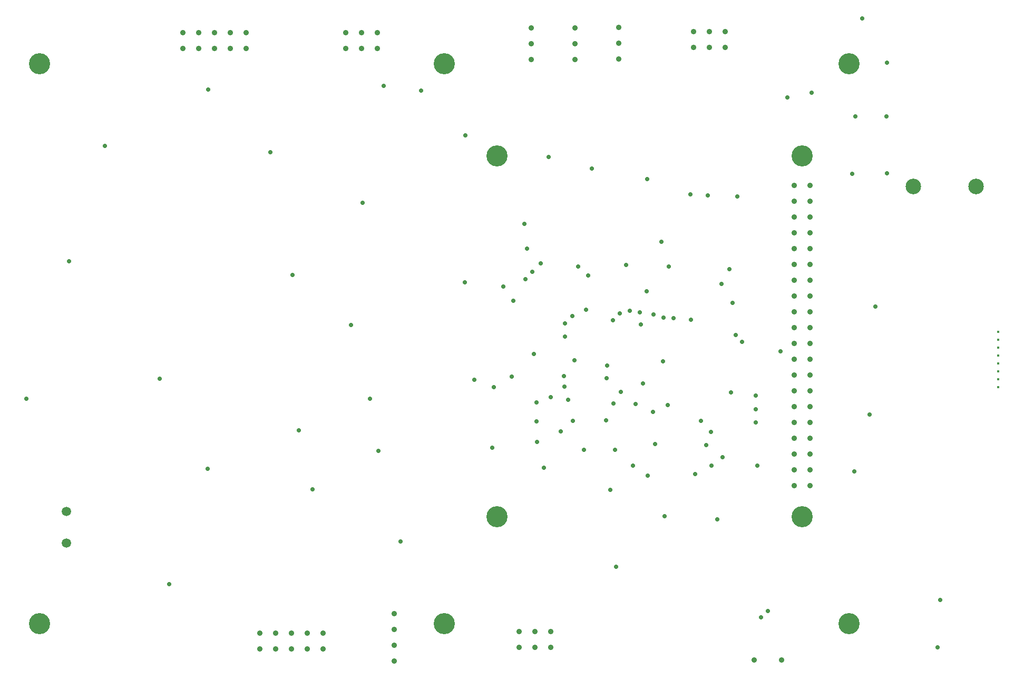
<source format=gbr>
%FSDAX33Y33*%
%MOMM*%
%SFA1B1*%

%IPPOS*%
%ADD9500C,0.399999*%
%ADD9501C,0.711200*%
%ADD9502C,0.900001*%
%ADD9503C,1.500000*%
%ADD9504C,2.500000*%
%ADD9505C,3.400001*%
%LNfilm_drill-1*%
%LPD*%
G54D9505*
X013019Y017892D03*
Y107892D03*
G54D9503*
X017319Y030852D03*
Y035932D03*
G54D9502*
X036019Y110352D03*
Y112892D03*
X038559Y110352D03*
Y112892D03*
X041099Y110352D03*
Y112892D03*
X043639Y110352D03*
Y112892D03*
X046179Y110352D03*
Y112892D03*
X048399Y013892D03*
Y016432D03*
X050939Y013892D03*
Y016432D03*
X053479Y013892D03*
Y016432D03*
X056019Y013892D03*
Y016432D03*
X058559Y013892D03*
Y016432D03*
X062189Y110392D03*
Y112932D03*
X064729Y110392D03*
Y112932D03*
X067269Y110392D03*
Y112932D03*
X070019Y011912D03*
Y014452D03*
Y016992D03*
Y019532D03*
G54D9505*
X078019Y017892D03*
Y107892D03*
X086519Y035142D03*
Y093142D03*
G54D9502*
X090039Y014092D03*
Y016632D03*
X092019Y108602D03*
Y111142D03*
Y113682D03*
X092579Y014092D03*
Y016632D03*
X095119Y014092D03*
Y016632D03*
X099019Y108602D03*
Y111142D03*
Y113682D03*
X106019Y108642D03*
Y111182D03*
Y113722D03*
X118079Y110522D03*
Y113062D03*
X120619Y110522D03*
Y113062D03*
X123159Y110522D03*
Y113062D03*
X127819Y012042D03*
X132219D03*
X134229Y040062D03*
Y042602D03*
Y045142D03*
Y047682D03*
Y050222D03*
Y052762D03*
Y055302D03*
Y057842D03*
Y060382D03*
Y062922D03*
Y065462D03*
Y068002D03*
Y070542D03*
Y073082D03*
Y075622D03*
Y078162D03*
Y080702D03*
Y083242D03*
Y085782D03*
Y088322D03*
G54D9505*
X135519Y035142D03*
Y093142D03*
G54D9502*
X136769Y040062D03*
Y042602D03*
Y045142D03*
Y047682D03*
Y050222D03*
Y052762D03*
Y055302D03*
Y057842D03*
Y060382D03*
Y062922D03*
Y065462D03*
Y068002D03*
Y070542D03*
Y073082D03*
Y075622D03*
Y078162D03*
Y080702D03*
Y083242D03*
Y085782D03*
Y088322D03*
G54D9505*
X143019Y017892D03*
Y107892D03*
G54D9504*
X153394Y088182D03*
X163463Y088150D03*
G54D9500*
X167019Y055892D03*
Y057162D03*
Y058432D03*
Y059702D03*
Y060972D03*
Y062242D03*
Y063512D03*
Y064782D03*
G54D9501*
X010919Y054092D03*
X017719Y076192D03*
X023519Y094692D03*
X032319Y057292D03*
X033819Y024292D03*
X040019Y042792D03*
X040119Y103792D03*
X050119Y093692D03*
X053619Y073992D03*
X054619Y048992D03*
X056819Y039492D03*
X063019Y065892D03*
X064919Y085592D03*
X066119Y054092D03*
X067419Y045692D03*
X068319Y104392D03*
X071019Y031092D03*
X074319Y103592D03*
X081319Y072792D03*
X081419Y096392D03*
X082819Y057092D03*
X085719Y046192D03*
X086019Y055892D03*
X087519Y072092D03*
X088819Y057592D03*
X089119Y069792D03*
X090919Y082192D03*
X091019Y073292D03*
X091319Y078192D03*
X092119Y074492D03*
X092419Y061292D03*
X092819Y050392D03*
Y053492D03*
X092919Y047092D03*
X093519Y075792D03*
X094019Y042992D03*
X094819Y092892D03*
X095119Y054292D03*
X096719Y048792D03*
X097219Y057692D03*
X097319Y055992D03*
X097419Y064092D03*
Y066192D03*
X097919Y053892D03*
X098619Y067392D03*
X098719Y050492D03*
X098919Y060292D03*
X099519Y075292D03*
X100419Y045892D03*
X100819Y068392D03*
X101119Y073892D03*
X101719Y091092D03*
X104019Y050592D03*
X104119Y057392D03*
X104219Y059392D03*
X104719Y039392D03*
X105119Y066692D03*
X105219Y053292D03*
X105419Y045892D03*
X105619Y027092D03*
X106219Y067792D03*
X106419Y055192D03*
X107219Y075592D03*
X107819Y068192D03*
X108319Y043292D03*
X108719Y053192D03*
X109419Y067992D03*
X109619Y065992D03*
X109919Y056492D03*
X110504Y071307D03*
X110619Y089392D03*
X110719Y041692D03*
X111519Y051992D03*
X111619Y067592D03*
X111919Y046792D03*
X112919Y079292D03*
X113119Y060092D03*
X113219Y067092D03*
X113419Y035192D03*
X113919Y053092D03*
X114119Y075292D03*
X114819Y066992D03*
X117519Y086892D03*
X117619Y066792D03*
X118319Y041992D03*
X119219Y050492D03*
X120119Y046592D03*
X120319Y086792D03*
X120869Y048742D03*
X120919Y043292D03*
X121919Y034692D03*
X122519Y072492D03*
X122719Y044692D03*
X123819Y074892D03*
X124119Y055092D03*
X124319Y069492D03*
X124819Y064292D03*
X125119Y086592D03*
X125897Y063215D03*
X128019Y050292D03*
Y052392D03*
Y054592D03*
X128319Y043292D03*
X128942Y018915D03*
X130019Y019992D03*
X132019Y061692D03*
X133169Y102542D03*
X137019Y103292D03*
X143519Y090192D03*
X143919Y042392D03*
X144019Y099492D03*
X145119Y115192D03*
X146319Y051492D03*
X147319Y068892D03*
X149019Y099492D03*
X149119Y090292D03*
Y108092D03*
X157269Y014142D03*
X157719Y021692D03*
M02*
</source>
